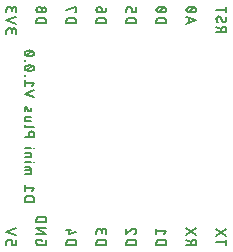
<source format=gbr>
G04 EAGLE Gerber RS-274X export*
G75*
%MOMM*%
%FSLAX34Y34*%
%LPD*%
%INSilkscreen Bottom*%
%IPPOS*%
%AMOC8*
5,1,8,0,0,1.08239X$1,22.5*%
G01*
%ADD10C,0.152400*%
%ADD11C,0.177800*%


D10*
X87202Y-100838D02*
X87202Y-98013D01*
X87204Y-97928D01*
X87210Y-97844D01*
X87219Y-97760D01*
X87232Y-97677D01*
X87249Y-97594D01*
X87270Y-97512D01*
X87294Y-97431D01*
X87322Y-97351D01*
X87354Y-97273D01*
X87389Y-97196D01*
X87427Y-97120D01*
X87469Y-97047D01*
X87514Y-96975D01*
X87562Y-96906D01*
X87613Y-96838D01*
X87667Y-96773D01*
X87724Y-96711D01*
X87784Y-96651D01*
X87846Y-96594D01*
X87911Y-96540D01*
X87979Y-96489D01*
X88048Y-96441D01*
X88120Y-96396D01*
X88193Y-96354D01*
X88269Y-96316D01*
X88346Y-96281D01*
X88424Y-96249D01*
X88504Y-96221D01*
X88585Y-96197D01*
X88667Y-96176D01*
X88750Y-96159D01*
X88833Y-96146D01*
X88917Y-96137D01*
X89001Y-96131D01*
X89086Y-96129D01*
X90027Y-96129D01*
X90112Y-96131D01*
X90196Y-96137D01*
X90280Y-96146D01*
X90363Y-96159D01*
X90446Y-96176D01*
X90528Y-96197D01*
X90609Y-96221D01*
X90689Y-96249D01*
X90767Y-96281D01*
X90844Y-96316D01*
X90920Y-96354D01*
X90993Y-96396D01*
X91065Y-96441D01*
X91134Y-96489D01*
X91202Y-96540D01*
X91267Y-96594D01*
X91329Y-96651D01*
X91389Y-96711D01*
X91446Y-96773D01*
X91500Y-96838D01*
X91551Y-96906D01*
X91599Y-96975D01*
X91644Y-97047D01*
X91686Y-97120D01*
X91724Y-97196D01*
X91759Y-97273D01*
X91791Y-97351D01*
X91819Y-97431D01*
X91843Y-97512D01*
X91864Y-97594D01*
X91881Y-97677D01*
X91894Y-97760D01*
X91903Y-97844D01*
X91909Y-97928D01*
X91911Y-98013D01*
X91911Y-100838D01*
X95678Y-100838D01*
X95678Y-96129D01*
X95678Y-92309D02*
X87202Y-89484D01*
X95678Y-86658D01*
X117311Y-96129D02*
X117311Y-97542D01*
X117311Y-96129D02*
X112602Y-96129D01*
X112602Y-98954D01*
X112604Y-99039D01*
X112610Y-99123D01*
X112619Y-99207D01*
X112632Y-99290D01*
X112649Y-99373D01*
X112670Y-99455D01*
X112694Y-99536D01*
X112722Y-99616D01*
X112754Y-99694D01*
X112789Y-99771D01*
X112827Y-99847D01*
X112869Y-99920D01*
X112914Y-99992D01*
X112962Y-100061D01*
X113013Y-100129D01*
X113067Y-100194D01*
X113124Y-100256D01*
X113184Y-100316D01*
X113246Y-100373D01*
X113311Y-100427D01*
X113379Y-100478D01*
X113448Y-100526D01*
X113520Y-100571D01*
X113593Y-100613D01*
X113669Y-100651D01*
X113746Y-100686D01*
X113824Y-100718D01*
X113904Y-100746D01*
X113985Y-100770D01*
X114067Y-100791D01*
X114150Y-100808D01*
X114233Y-100821D01*
X114317Y-100830D01*
X114402Y-100836D01*
X114486Y-100838D01*
X119194Y-100838D01*
X119279Y-100836D01*
X119363Y-100830D01*
X119447Y-100821D01*
X119530Y-100808D01*
X119613Y-100791D01*
X119695Y-100770D01*
X119776Y-100746D01*
X119856Y-100718D01*
X119934Y-100686D01*
X120011Y-100651D01*
X120087Y-100613D01*
X120160Y-100571D01*
X120232Y-100526D01*
X120301Y-100478D01*
X120369Y-100427D01*
X120434Y-100373D01*
X120496Y-100316D01*
X120556Y-100256D01*
X120613Y-100194D01*
X120667Y-100129D01*
X120718Y-100061D01*
X120766Y-99992D01*
X120811Y-99920D01*
X120853Y-99847D01*
X120891Y-99771D01*
X120926Y-99695D01*
X120958Y-99616D01*
X120986Y-99536D01*
X121010Y-99455D01*
X121031Y-99373D01*
X121048Y-99290D01*
X121061Y-99207D01*
X121070Y-99123D01*
X121076Y-99039D01*
X121078Y-98954D01*
X121078Y-96129D01*
X121078Y-91238D02*
X112602Y-91238D01*
X112602Y-86529D02*
X121078Y-91238D01*
X121078Y-86529D02*
X112602Y-86529D01*
X112602Y-81638D02*
X121078Y-81638D01*
X121078Y-79284D01*
X121076Y-79189D01*
X121070Y-79095D01*
X121061Y-79000D01*
X121048Y-78906D01*
X121030Y-78813D01*
X121010Y-78721D01*
X120985Y-78629D01*
X120957Y-78539D01*
X120925Y-78449D01*
X120890Y-78361D01*
X120851Y-78275D01*
X120808Y-78190D01*
X120763Y-78107D01*
X120714Y-78026D01*
X120661Y-77947D01*
X120606Y-77870D01*
X120547Y-77795D01*
X120486Y-77723D01*
X120422Y-77653D01*
X120355Y-77586D01*
X120285Y-77522D01*
X120213Y-77461D01*
X120138Y-77402D01*
X120061Y-77347D01*
X119982Y-77294D01*
X119901Y-77245D01*
X119818Y-77200D01*
X119733Y-77157D01*
X119647Y-77118D01*
X119559Y-77083D01*
X119469Y-77051D01*
X119379Y-77023D01*
X119287Y-76998D01*
X119195Y-76978D01*
X119102Y-76960D01*
X119008Y-76947D01*
X118913Y-76938D01*
X118819Y-76932D01*
X118724Y-76930D01*
X118724Y-76929D02*
X114956Y-76929D01*
X114956Y-76930D02*
X114861Y-76932D01*
X114767Y-76938D01*
X114672Y-76947D01*
X114578Y-76960D01*
X114485Y-76978D01*
X114393Y-76998D01*
X114301Y-77023D01*
X114211Y-77051D01*
X114121Y-77083D01*
X114033Y-77118D01*
X113947Y-77157D01*
X113862Y-77200D01*
X113779Y-77245D01*
X113698Y-77294D01*
X113619Y-77347D01*
X113542Y-77402D01*
X113467Y-77461D01*
X113395Y-77522D01*
X113325Y-77586D01*
X113258Y-77653D01*
X113194Y-77723D01*
X113133Y-77795D01*
X113074Y-77870D01*
X113019Y-77947D01*
X112966Y-78026D01*
X112917Y-78107D01*
X112872Y-78190D01*
X112829Y-78275D01*
X112790Y-78361D01*
X112755Y-78449D01*
X112723Y-78539D01*
X112695Y-78629D01*
X112670Y-78721D01*
X112650Y-78813D01*
X112632Y-78906D01*
X112619Y-79000D01*
X112610Y-79095D01*
X112604Y-79189D01*
X112602Y-79284D01*
X112602Y-81638D01*
X138002Y-100838D02*
X146478Y-100838D01*
X146478Y-98484D01*
X146476Y-98389D01*
X146470Y-98295D01*
X146461Y-98200D01*
X146448Y-98106D01*
X146430Y-98013D01*
X146410Y-97921D01*
X146385Y-97829D01*
X146357Y-97739D01*
X146325Y-97649D01*
X146290Y-97561D01*
X146251Y-97475D01*
X146208Y-97390D01*
X146163Y-97307D01*
X146114Y-97226D01*
X146061Y-97147D01*
X146006Y-97070D01*
X145947Y-96995D01*
X145886Y-96923D01*
X145822Y-96853D01*
X145755Y-96786D01*
X145685Y-96722D01*
X145613Y-96661D01*
X145538Y-96602D01*
X145461Y-96547D01*
X145382Y-96494D01*
X145301Y-96445D01*
X145218Y-96400D01*
X145133Y-96357D01*
X145047Y-96318D01*
X144959Y-96283D01*
X144869Y-96251D01*
X144779Y-96223D01*
X144687Y-96198D01*
X144595Y-96178D01*
X144502Y-96160D01*
X144408Y-96147D01*
X144313Y-96138D01*
X144219Y-96132D01*
X144124Y-96130D01*
X144124Y-96129D02*
X140356Y-96129D01*
X140356Y-96130D02*
X140261Y-96132D01*
X140167Y-96138D01*
X140072Y-96147D01*
X139978Y-96160D01*
X139885Y-96178D01*
X139793Y-96198D01*
X139701Y-96223D01*
X139611Y-96251D01*
X139521Y-96283D01*
X139433Y-96318D01*
X139347Y-96357D01*
X139262Y-96400D01*
X139179Y-96445D01*
X139098Y-96494D01*
X139019Y-96547D01*
X138942Y-96602D01*
X138867Y-96661D01*
X138795Y-96722D01*
X138725Y-96786D01*
X138658Y-96853D01*
X138594Y-96923D01*
X138533Y-96995D01*
X138474Y-97070D01*
X138419Y-97147D01*
X138366Y-97226D01*
X138317Y-97307D01*
X138272Y-97390D01*
X138229Y-97475D01*
X138190Y-97561D01*
X138155Y-97649D01*
X138123Y-97739D01*
X138095Y-97829D01*
X138070Y-97921D01*
X138050Y-98013D01*
X138032Y-98106D01*
X138019Y-98200D01*
X138010Y-98295D01*
X138004Y-98389D01*
X138002Y-98484D01*
X138002Y-100838D01*
X139886Y-91538D02*
X146478Y-89654D01*
X139886Y-91538D02*
X139886Y-86829D01*
X141769Y-88242D02*
X138002Y-88242D01*
X163402Y-100838D02*
X171878Y-100838D01*
X171878Y-98484D01*
X171876Y-98389D01*
X171870Y-98295D01*
X171861Y-98200D01*
X171848Y-98106D01*
X171830Y-98013D01*
X171810Y-97921D01*
X171785Y-97829D01*
X171757Y-97739D01*
X171725Y-97649D01*
X171690Y-97561D01*
X171651Y-97475D01*
X171608Y-97390D01*
X171563Y-97307D01*
X171514Y-97226D01*
X171461Y-97147D01*
X171406Y-97070D01*
X171347Y-96995D01*
X171286Y-96923D01*
X171222Y-96853D01*
X171155Y-96786D01*
X171085Y-96722D01*
X171013Y-96661D01*
X170938Y-96602D01*
X170861Y-96547D01*
X170782Y-96494D01*
X170701Y-96445D01*
X170618Y-96400D01*
X170533Y-96357D01*
X170447Y-96318D01*
X170359Y-96283D01*
X170269Y-96251D01*
X170179Y-96223D01*
X170087Y-96198D01*
X169995Y-96178D01*
X169902Y-96160D01*
X169808Y-96147D01*
X169713Y-96138D01*
X169619Y-96132D01*
X169524Y-96130D01*
X169524Y-96129D02*
X165756Y-96129D01*
X165756Y-96130D02*
X165661Y-96132D01*
X165567Y-96138D01*
X165472Y-96147D01*
X165378Y-96160D01*
X165285Y-96178D01*
X165193Y-96198D01*
X165101Y-96223D01*
X165011Y-96251D01*
X164921Y-96283D01*
X164833Y-96318D01*
X164747Y-96357D01*
X164662Y-96400D01*
X164579Y-96445D01*
X164498Y-96494D01*
X164419Y-96547D01*
X164342Y-96602D01*
X164267Y-96661D01*
X164195Y-96722D01*
X164125Y-96786D01*
X164058Y-96853D01*
X163994Y-96923D01*
X163933Y-96995D01*
X163874Y-97070D01*
X163819Y-97147D01*
X163766Y-97226D01*
X163717Y-97307D01*
X163672Y-97390D01*
X163629Y-97475D01*
X163590Y-97561D01*
X163555Y-97649D01*
X163523Y-97739D01*
X163495Y-97829D01*
X163470Y-97921D01*
X163450Y-98013D01*
X163432Y-98106D01*
X163419Y-98200D01*
X163410Y-98295D01*
X163404Y-98389D01*
X163402Y-98484D01*
X163402Y-100838D01*
X163402Y-91538D02*
X163402Y-89184D01*
X163404Y-89088D01*
X163410Y-88992D01*
X163420Y-88897D01*
X163433Y-88802D01*
X163451Y-88707D01*
X163472Y-88613D01*
X163497Y-88521D01*
X163526Y-88429D01*
X163559Y-88339D01*
X163595Y-88250D01*
X163635Y-88163D01*
X163679Y-88077D01*
X163725Y-87993D01*
X163776Y-87911D01*
X163829Y-87832D01*
X163886Y-87754D01*
X163946Y-87679D01*
X164009Y-87606D01*
X164075Y-87537D01*
X164143Y-87469D01*
X164214Y-87405D01*
X164288Y-87344D01*
X164365Y-87285D01*
X164443Y-87230D01*
X164524Y-87178D01*
X164607Y-87130D01*
X164692Y-87084D01*
X164778Y-87043D01*
X164866Y-87005D01*
X164956Y-86970D01*
X165047Y-86939D01*
X165139Y-86912D01*
X165232Y-86889D01*
X165326Y-86870D01*
X165421Y-86854D01*
X165516Y-86842D01*
X165612Y-86834D01*
X165708Y-86830D01*
X165804Y-86830D01*
X165900Y-86834D01*
X165996Y-86842D01*
X166091Y-86854D01*
X166186Y-86870D01*
X166280Y-86889D01*
X166373Y-86912D01*
X166465Y-86939D01*
X166556Y-86970D01*
X166646Y-87005D01*
X166734Y-87043D01*
X166820Y-87084D01*
X166905Y-87130D01*
X166988Y-87178D01*
X167069Y-87230D01*
X167147Y-87285D01*
X167224Y-87344D01*
X167298Y-87405D01*
X167369Y-87469D01*
X167437Y-87537D01*
X167503Y-87606D01*
X167566Y-87679D01*
X167626Y-87754D01*
X167683Y-87832D01*
X167736Y-87911D01*
X167787Y-87993D01*
X167833Y-88077D01*
X167877Y-88163D01*
X167917Y-88250D01*
X167953Y-88339D01*
X167986Y-88429D01*
X168015Y-88521D01*
X168040Y-88613D01*
X168061Y-88707D01*
X168079Y-88802D01*
X168092Y-88897D01*
X168102Y-88992D01*
X168108Y-89088D01*
X168110Y-89184D01*
X171878Y-88713D02*
X171878Y-91538D01*
X171878Y-88713D02*
X171876Y-88627D01*
X171870Y-88542D01*
X171860Y-88456D01*
X171847Y-88372D01*
X171829Y-88288D01*
X171808Y-88205D01*
X171783Y-88123D01*
X171754Y-88042D01*
X171722Y-87962D01*
X171686Y-87885D01*
X171647Y-87808D01*
X171604Y-87734D01*
X171558Y-87662D01*
X171508Y-87592D01*
X171455Y-87524D01*
X171400Y-87459D01*
X171341Y-87396D01*
X171280Y-87336D01*
X171216Y-87279D01*
X171149Y-87225D01*
X171080Y-87174D01*
X171009Y-87126D01*
X170936Y-87081D01*
X170861Y-87040D01*
X170784Y-87003D01*
X170705Y-86968D01*
X170625Y-86938D01*
X170543Y-86911D01*
X170461Y-86888D01*
X170377Y-86868D01*
X170293Y-86853D01*
X170208Y-86841D01*
X170123Y-86833D01*
X170037Y-86829D01*
X169951Y-86829D01*
X169865Y-86833D01*
X169780Y-86841D01*
X169695Y-86853D01*
X169611Y-86868D01*
X169527Y-86888D01*
X169445Y-86911D01*
X169363Y-86938D01*
X169283Y-86968D01*
X169204Y-87003D01*
X169127Y-87040D01*
X169052Y-87081D01*
X168979Y-87126D01*
X168908Y-87174D01*
X168839Y-87225D01*
X168772Y-87279D01*
X168708Y-87336D01*
X168647Y-87396D01*
X168588Y-87459D01*
X168533Y-87524D01*
X168480Y-87592D01*
X168430Y-87662D01*
X168384Y-87734D01*
X168341Y-87808D01*
X168302Y-87885D01*
X168266Y-87962D01*
X168234Y-88042D01*
X168205Y-88123D01*
X168180Y-88205D01*
X168159Y-88288D01*
X168141Y-88372D01*
X168128Y-88456D01*
X168118Y-88542D01*
X168112Y-88627D01*
X168110Y-88713D01*
X168111Y-88713D02*
X168111Y-90596D01*
X188802Y-100838D02*
X197278Y-100838D01*
X197278Y-98484D01*
X197276Y-98389D01*
X197270Y-98295D01*
X197261Y-98200D01*
X197248Y-98106D01*
X197230Y-98013D01*
X197210Y-97921D01*
X197185Y-97829D01*
X197157Y-97739D01*
X197125Y-97649D01*
X197090Y-97561D01*
X197051Y-97475D01*
X197008Y-97390D01*
X196963Y-97307D01*
X196914Y-97226D01*
X196861Y-97147D01*
X196806Y-97070D01*
X196747Y-96995D01*
X196686Y-96923D01*
X196622Y-96853D01*
X196555Y-96786D01*
X196485Y-96722D01*
X196413Y-96661D01*
X196338Y-96602D01*
X196261Y-96547D01*
X196182Y-96494D01*
X196101Y-96445D01*
X196018Y-96400D01*
X195933Y-96357D01*
X195847Y-96318D01*
X195759Y-96283D01*
X195669Y-96251D01*
X195579Y-96223D01*
X195487Y-96198D01*
X195395Y-96178D01*
X195302Y-96160D01*
X195208Y-96147D01*
X195113Y-96138D01*
X195019Y-96132D01*
X194924Y-96130D01*
X194924Y-96129D02*
X191156Y-96129D01*
X191156Y-96130D02*
X191061Y-96132D01*
X190967Y-96138D01*
X190872Y-96147D01*
X190778Y-96160D01*
X190685Y-96178D01*
X190593Y-96198D01*
X190501Y-96223D01*
X190411Y-96251D01*
X190321Y-96283D01*
X190233Y-96318D01*
X190147Y-96357D01*
X190062Y-96400D01*
X189979Y-96445D01*
X189898Y-96494D01*
X189819Y-96547D01*
X189742Y-96602D01*
X189667Y-96661D01*
X189595Y-96722D01*
X189525Y-96786D01*
X189458Y-96853D01*
X189394Y-96923D01*
X189333Y-96995D01*
X189274Y-97070D01*
X189219Y-97147D01*
X189166Y-97226D01*
X189117Y-97307D01*
X189072Y-97390D01*
X189029Y-97475D01*
X188990Y-97561D01*
X188955Y-97649D01*
X188923Y-97739D01*
X188895Y-97829D01*
X188870Y-97921D01*
X188850Y-98013D01*
X188832Y-98106D01*
X188819Y-98200D01*
X188810Y-98295D01*
X188804Y-98389D01*
X188802Y-98484D01*
X188802Y-100838D01*
X197278Y-88948D02*
X197276Y-88858D01*
X197270Y-88768D01*
X197261Y-88679D01*
X197248Y-88590D01*
X197230Y-88502D01*
X197210Y-88414D01*
X197185Y-88328D01*
X197157Y-88242D01*
X197125Y-88158D01*
X197090Y-88075D01*
X197051Y-87994D01*
X197009Y-87915D01*
X196963Y-87837D01*
X196915Y-87761D01*
X196863Y-87688D01*
X196808Y-87617D01*
X196750Y-87548D01*
X196689Y-87482D01*
X196625Y-87418D01*
X196559Y-87357D01*
X196490Y-87299D01*
X196419Y-87244D01*
X196346Y-87192D01*
X196270Y-87144D01*
X196192Y-87098D01*
X196113Y-87056D01*
X196032Y-87017D01*
X195949Y-86982D01*
X195865Y-86950D01*
X195779Y-86922D01*
X195693Y-86897D01*
X195605Y-86877D01*
X195517Y-86859D01*
X195428Y-86846D01*
X195339Y-86837D01*
X195249Y-86831D01*
X195159Y-86829D01*
X197278Y-88948D02*
X197276Y-89052D01*
X197270Y-89155D01*
X197260Y-89259D01*
X197246Y-89361D01*
X197229Y-89464D01*
X197207Y-89565D01*
X197182Y-89666D01*
X197152Y-89765D01*
X197119Y-89863D01*
X197083Y-89960D01*
X197042Y-90056D01*
X196998Y-90150D01*
X196951Y-90242D01*
X196900Y-90332D01*
X196845Y-90421D01*
X196787Y-90507D01*
X196726Y-90591D01*
X196662Y-90672D01*
X196595Y-90751D01*
X196525Y-90828D01*
X196452Y-90901D01*
X196376Y-90972D01*
X196298Y-91040D01*
X196217Y-91105D01*
X196133Y-91166D01*
X196048Y-91225D01*
X195960Y-91280D01*
X195870Y-91332D01*
X195778Y-91380D01*
X195685Y-91425D01*
X195589Y-91466D01*
X195493Y-91504D01*
X195395Y-91538D01*
X193511Y-87535D02*
X193576Y-87470D01*
X193643Y-87407D01*
X193713Y-87347D01*
X193786Y-87290D01*
X193860Y-87236D01*
X193937Y-87185D01*
X194016Y-87137D01*
X194096Y-87092D01*
X194178Y-87051D01*
X194262Y-87013D01*
X194348Y-86978D01*
X194435Y-86947D01*
X194523Y-86920D01*
X194611Y-86896D01*
X194701Y-86875D01*
X194792Y-86859D01*
X194883Y-86846D01*
X194975Y-86836D01*
X195067Y-86831D01*
X195159Y-86829D01*
X193511Y-87535D02*
X188802Y-91538D01*
X188802Y-86829D01*
X214202Y-100838D02*
X222678Y-100838D01*
X222678Y-98484D01*
X222676Y-98389D01*
X222670Y-98295D01*
X222661Y-98200D01*
X222648Y-98106D01*
X222630Y-98013D01*
X222610Y-97921D01*
X222585Y-97829D01*
X222557Y-97739D01*
X222525Y-97649D01*
X222490Y-97561D01*
X222451Y-97475D01*
X222408Y-97390D01*
X222363Y-97307D01*
X222314Y-97226D01*
X222261Y-97147D01*
X222206Y-97070D01*
X222147Y-96995D01*
X222086Y-96923D01*
X222022Y-96853D01*
X221955Y-96786D01*
X221885Y-96722D01*
X221813Y-96661D01*
X221738Y-96602D01*
X221661Y-96547D01*
X221582Y-96494D01*
X221501Y-96445D01*
X221418Y-96400D01*
X221333Y-96357D01*
X221247Y-96318D01*
X221159Y-96283D01*
X221069Y-96251D01*
X220979Y-96223D01*
X220887Y-96198D01*
X220795Y-96178D01*
X220702Y-96160D01*
X220608Y-96147D01*
X220513Y-96138D01*
X220419Y-96132D01*
X220324Y-96130D01*
X220324Y-96129D02*
X216556Y-96129D01*
X216556Y-96130D02*
X216461Y-96132D01*
X216367Y-96138D01*
X216272Y-96147D01*
X216178Y-96160D01*
X216085Y-96178D01*
X215993Y-96198D01*
X215901Y-96223D01*
X215811Y-96251D01*
X215721Y-96283D01*
X215633Y-96318D01*
X215547Y-96357D01*
X215462Y-96400D01*
X215379Y-96445D01*
X215298Y-96494D01*
X215219Y-96547D01*
X215142Y-96602D01*
X215067Y-96661D01*
X214995Y-96722D01*
X214925Y-96786D01*
X214858Y-96853D01*
X214794Y-96923D01*
X214733Y-96995D01*
X214674Y-97070D01*
X214619Y-97147D01*
X214566Y-97226D01*
X214517Y-97307D01*
X214472Y-97390D01*
X214429Y-97475D01*
X214390Y-97561D01*
X214355Y-97649D01*
X214323Y-97739D01*
X214295Y-97829D01*
X214270Y-97921D01*
X214250Y-98013D01*
X214232Y-98106D01*
X214219Y-98200D01*
X214210Y-98295D01*
X214204Y-98389D01*
X214202Y-98484D01*
X214202Y-100838D01*
X220794Y-91538D02*
X222678Y-89184D01*
X214202Y-89184D01*
X214202Y-91538D02*
X214202Y-86829D01*
X239602Y-100838D02*
X248078Y-100838D01*
X248078Y-98484D01*
X248076Y-98388D01*
X248070Y-98292D01*
X248060Y-98197D01*
X248047Y-98102D01*
X248029Y-98007D01*
X248008Y-97913D01*
X247983Y-97821D01*
X247954Y-97729D01*
X247921Y-97639D01*
X247885Y-97550D01*
X247845Y-97463D01*
X247801Y-97377D01*
X247755Y-97293D01*
X247704Y-97211D01*
X247651Y-97132D01*
X247594Y-97054D01*
X247534Y-96979D01*
X247471Y-96906D01*
X247405Y-96837D01*
X247337Y-96769D01*
X247266Y-96705D01*
X247192Y-96644D01*
X247115Y-96585D01*
X247037Y-96530D01*
X246956Y-96478D01*
X246873Y-96430D01*
X246788Y-96384D01*
X246702Y-96343D01*
X246614Y-96305D01*
X246524Y-96270D01*
X246433Y-96239D01*
X246341Y-96212D01*
X246248Y-96189D01*
X246154Y-96170D01*
X246059Y-96154D01*
X245964Y-96142D01*
X245868Y-96134D01*
X245772Y-96130D01*
X245676Y-96130D01*
X245580Y-96134D01*
X245484Y-96142D01*
X245389Y-96154D01*
X245294Y-96170D01*
X245200Y-96189D01*
X245107Y-96212D01*
X245015Y-96239D01*
X244924Y-96270D01*
X244834Y-96305D01*
X244746Y-96343D01*
X244660Y-96384D01*
X244575Y-96430D01*
X244492Y-96478D01*
X244411Y-96530D01*
X244333Y-96585D01*
X244256Y-96644D01*
X244182Y-96705D01*
X244111Y-96769D01*
X244043Y-96837D01*
X243977Y-96906D01*
X243914Y-96979D01*
X243854Y-97054D01*
X243797Y-97132D01*
X243744Y-97211D01*
X243693Y-97293D01*
X243647Y-97377D01*
X243603Y-97463D01*
X243563Y-97550D01*
X243527Y-97639D01*
X243494Y-97729D01*
X243465Y-97821D01*
X243440Y-97913D01*
X243419Y-98007D01*
X243401Y-98102D01*
X243388Y-98197D01*
X243378Y-98292D01*
X243372Y-98388D01*
X243370Y-98484D01*
X243369Y-98484D02*
X243369Y-100838D01*
X243369Y-98013D02*
X239602Y-96129D01*
X239602Y-92393D02*
X248078Y-86742D01*
X248078Y-92393D02*
X239602Y-86742D01*
X265002Y-98484D02*
X273478Y-98484D01*
X273478Y-100838D02*
X273478Y-96129D01*
X273478Y-87258D02*
X265002Y-92909D01*
X265002Y-87258D02*
X273478Y-92909D01*
X273478Y79413D02*
X265002Y79413D01*
X273478Y79413D02*
X273478Y81768D01*
X273476Y81864D01*
X273470Y81960D01*
X273460Y82055D01*
X273447Y82150D01*
X273429Y82245D01*
X273408Y82339D01*
X273383Y82431D01*
X273354Y82523D01*
X273321Y82613D01*
X273285Y82702D01*
X273245Y82789D01*
X273201Y82875D01*
X273155Y82959D01*
X273104Y83041D01*
X273051Y83120D01*
X272994Y83198D01*
X272934Y83273D01*
X272871Y83346D01*
X272805Y83415D01*
X272737Y83483D01*
X272666Y83547D01*
X272592Y83608D01*
X272515Y83667D01*
X272437Y83722D01*
X272356Y83774D01*
X272273Y83822D01*
X272188Y83868D01*
X272102Y83909D01*
X272014Y83947D01*
X271924Y83982D01*
X271833Y84013D01*
X271741Y84040D01*
X271648Y84063D01*
X271554Y84082D01*
X271459Y84098D01*
X271364Y84110D01*
X271268Y84118D01*
X271172Y84122D01*
X271076Y84122D01*
X270980Y84118D01*
X270884Y84110D01*
X270789Y84098D01*
X270694Y84082D01*
X270600Y84063D01*
X270507Y84040D01*
X270415Y84013D01*
X270324Y83982D01*
X270234Y83947D01*
X270146Y83909D01*
X270060Y83868D01*
X269975Y83822D01*
X269892Y83774D01*
X269811Y83722D01*
X269733Y83667D01*
X269656Y83608D01*
X269582Y83547D01*
X269511Y83483D01*
X269443Y83415D01*
X269377Y83346D01*
X269314Y83273D01*
X269254Y83198D01*
X269197Y83120D01*
X269144Y83041D01*
X269093Y82959D01*
X269047Y82875D01*
X269003Y82789D01*
X268963Y82702D01*
X268927Y82613D01*
X268894Y82523D01*
X268865Y82431D01*
X268840Y82339D01*
X268819Y82245D01*
X268801Y82150D01*
X268788Y82055D01*
X268778Y81960D01*
X268772Y81864D01*
X268770Y81768D01*
X268769Y81768D02*
X268769Y79413D01*
X268769Y82239D02*
X265002Y84122D01*
X265002Y90854D02*
X265004Y90939D01*
X265010Y91023D01*
X265019Y91107D01*
X265032Y91190D01*
X265049Y91273D01*
X265070Y91355D01*
X265094Y91436D01*
X265122Y91516D01*
X265154Y91594D01*
X265189Y91671D01*
X265227Y91747D01*
X265269Y91820D01*
X265314Y91892D01*
X265362Y91961D01*
X265413Y92029D01*
X265467Y92094D01*
X265524Y92156D01*
X265584Y92216D01*
X265646Y92273D01*
X265711Y92327D01*
X265779Y92378D01*
X265848Y92426D01*
X265920Y92471D01*
X265993Y92513D01*
X266069Y92551D01*
X266146Y92586D01*
X266224Y92618D01*
X266304Y92646D01*
X266385Y92670D01*
X266467Y92691D01*
X266550Y92708D01*
X266633Y92721D01*
X266717Y92730D01*
X266801Y92736D01*
X266886Y92738D01*
X265002Y90854D02*
X265004Y90733D01*
X265009Y90612D01*
X265019Y90492D01*
X265031Y90372D01*
X265048Y90252D01*
X265068Y90133D01*
X265092Y90014D01*
X265119Y89897D01*
X265150Y89780D01*
X265184Y89664D01*
X265222Y89549D01*
X265263Y89436D01*
X265308Y89324D01*
X265356Y89213D01*
X265408Y89103D01*
X265463Y88996D01*
X265521Y88890D01*
X265582Y88786D01*
X265646Y88683D01*
X265714Y88583D01*
X265784Y88485D01*
X265858Y88389D01*
X265934Y88295D01*
X266013Y88204D01*
X266095Y88115D01*
X266179Y88029D01*
X271594Y88264D02*
X271679Y88266D01*
X271763Y88272D01*
X271847Y88281D01*
X271930Y88294D01*
X272013Y88311D01*
X272095Y88332D01*
X272176Y88356D01*
X272256Y88384D01*
X272334Y88416D01*
X272411Y88451D01*
X272487Y88489D01*
X272560Y88531D01*
X272632Y88576D01*
X272701Y88624D01*
X272769Y88675D01*
X272834Y88729D01*
X272896Y88786D01*
X272956Y88846D01*
X273013Y88908D01*
X273067Y88973D01*
X273118Y89041D01*
X273166Y89110D01*
X273211Y89182D01*
X273253Y89255D01*
X273291Y89331D01*
X273326Y89408D01*
X273358Y89486D01*
X273386Y89566D01*
X273410Y89647D01*
X273431Y89729D01*
X273448Y89812D01*
X273461Y89895D01*
X273470Y89979D01*
X273476Y90063D01*
X273478Y90148D01*
X273476Y90262D01*
X273471Y90375D01*
X273462Y90488D01*
X273449Y90601D01*
X273432Y90714D01*
X273412Y90826D01*
X273389Y90937D01*
X273362Y91047D01*
X273331Y91157D01*
X273297Y91265D01*
X273259Y91372D01*
X273218Y91478D01*
X273174Y91583D01*
X273126Y91686D01*
X273075Y91787D01*
X273020Y91887D01*
X272963Y91985D01*
X272902Y92081D01*
X272838Y92175D01*
X272772Y92267D01*
X269946Y89207D02*
X269991Y89133D01*
X270040Y89062D01*
X270092Y88993D01*
X270147Y88927D01*
X270205Y88863D01*
X270266Y88801D01*
X270329Y88743D01*
X270395Y88687D01*
X270464Y88635D01*
X270535Y88585D01*
X270608Y88539D01*
X270683Y88496D01*
X270759Y88457D01*
X270838Y88421D01*
X270918Y88388D01*
X270999Y88360D01*
X271082Y88335D01*
X271166Y88314D01*
X271250Y88296D01*
X271336Y88283D01*
X271422Y88273D01*
X271508Y88267D01*
X271594Y88265D01*
X268534Y91796D02*
X268489Y91870D01*
X268440Y91941D01*
X268388Y92010D01*
X268333Y92076D01*
X268275Y92140D01*
X268214Y92202D01*
X268151Y92260D01*
X268085Y92316D01*
X268016Y92369D01*
X267945Y92418D01*
X267872Y92464D01*
X267797Y92507D01*
X267721Y92546D01*
X267642Y92582D01*
X267562Y92615D01*
X267480Y92643D01*
X267398Y92668D01*
X267314Y92689D01*
X267230Y92707D01*
X267144Y92720D01*
X267058Y92730D01*
X266972Y92736D01*
X266886Y92738D01*
X268534Y91796D02*
X269946Y89206D01*
X273478Y98484D02*
X265002Y98484D01*
X273478Y100838D02*
X273478Y96129D01*
X248078Y89484D02*
X239602Y86658D01*
X239602Y92309D02*
X248078Y89484D01*
X241721Y91603D02*
X241721Y87365D01*
X243840Y96129D02*
X244007Y96131D01*
X244173Y96137D01*
X244340Y96147D01*
X244506Y96161D01*
X244672Y96179D01*
X244837Y96201D01*
X245002Y96226D01*
X245166Y96256D01*
X245329Y96290D01*
X245492Y96327D01*
X245653Y96368D01*
X245814Y96414D01*
X245973Y96463D01*
X246131Y96516D01*
X246288Y96572D01*
X246444Y96632D01*
X246598Y96696D01*
X246750Y96764D01*
X246901Y96835D01*
X246901Y96836D02*
X246976Y96864D01*
X247050Y96895D01*
X247122Y96929D01*
X247193Y96967D01*
X247261Y97008D01*
X247328Y97052D01*
X247393Y97099D01*
X247455Y97149D01*
X247515Y97202D01*
X247573Y97258D01*
X247628Y97316D01*
X247680Y97376D01*
X247730Y97439D01*
X247776Y97504D01*
X247820Y97571D01*
X247860Y97641D01*
X247897Y97711D01*
X247931Y97784D01*
X247962Y97858D01*
X247989Y97933D01*
X248012Y98010D01*
X248032Y98087D01*
X248049Y98166D01*
X248061Y98245D01*
X248071Y98324D01*
X248076Y98404D01*
X248078Y98484D01*
X248076Y98564D01*
X248071Y98644D01*
X248061Y98723D01*
X248049Y98802D01*
X248032Y98881D01*
X248012Y98958D01*
X247989Y99035D01*
X247962Y99110D01*
X247931Y99184D01*
X247897Y99257D01*
X247860Y99327D01*
X247820Y99397D01*
X247776Y99464D01*
X247730Y99529D01*
X247680Y99592D01*
X247628Y99652D01*
X247573Y99710D01*
X247515Y99766D01*
X247455Y99819D01*
X247393Y99869D01*
X247328Y99916D01*
X247261Y99960D01*
X247193Y100001D01*
X247122Y100039D01*
X247050Y100073D01*
X246976Y100104D01*
X246901Y100132D01*
X246750Y100203D01*
X246598Y100271D01*
X246444Y100335D01*
X246288Y100395D01*
X246131Y100451D01*
X245973Y100504D01*
X245814Y100553D01*
X245653Y100599D01*
X245492Y100640D01*
X245329Y100677D01*
X245166Y100711D01*
X245002Y100741D01*
X244837Y100766D01*
X244672Y100788D01*
X244506Y100806D01*
X244340Y100820D01*
X244173Y100830D01*
X244007Y100836D01*
X243840Y100838D01*
X243840Y96129D02*
X243673Y96131D01*
X243507Y96137D01*
X243340Y96147D01*
X243174Y96161D01*
X243008Y96179D01*
X242843Y96201D01*
X242678Y96226D01*
X242514Y96256D01*
X242351Y96290D01*
X242188Y96327D01*
X242027Y96368D01*
X241866Y96414D01*
X241707Y96463D01*
X241549Y96515D01*
X241392Y96572D01*
X241236Y96632D01*
X241082Y96696D01*
X240930Y96764D01*
X240779Y96835D01*
X240779Y96836D02*
X240704Y96864D01*
X240630Y96895D01*
X240558Y96929D01*
X240487Y96967D01*
X240419Y97008D01*
X240352Y97052D01*
X240287Y97099D01*
X240225Y97149D01*
X240165Y97202D01*
X240107Y97258D01*
X240052Y97316D01*
X240000Y97376D01*
X239950Y97439D01*
X239904Y97504D01*
X239860Y97571D01*
X239820Y97641D01*
X239783Y97712D01*
X239749Y97784D01*
X239718Y97858D01*
X239691Y97933D01*
X239668Y98010D01*
X239648Y98087D01*
X239631Y98166D01*
X239619Y98245D01*
X239609Y98324D01*
X239604Y98404D01*
X239602Y98484D01*
X240779Y100132D02*
X240930Y100203D01*
X241082Y100271D01*
X241236Y100335D01*
X241392Y100395D01*
X241549Y100451D01*
X241707Y100504D01*
X241866Y100553D01*
X242027Y100599D01*
X242188Y100640D01*
X242351Y100677D01*
X242514Y100711D01*
X242678Y100741D01*
X242843Y100766D01*
X243008Y100788D01*
X243174Y100806D01*
X243340Y100820D01*
X243507Y100830D01*
X243673Y100836D01*
X243840Y100838D01*
X240779Y100132D02*
X240704Y100104D01*
X240630Y100073D01*
X240558Y100039D01*
X240487Y100001D01*
X240419Y99960D01*
X240352Y99916D01*
X240287Y99869D01*
X240225Y99819D01*
X240165Y99766D01*
X240107Y99710D01*
X240052Y99652D01*
X240000Y99592D01*
X239950Y99529D01*
X239904Y99464D01*
X239860Y99397D01*
X239820Y99327D01*
X239783Y99257D01*
X239749Y99184D01*
X239718Y99110D01*
X239691Y99035D01*
X239668Y98958D01*
X239648Y98881D01*
X239631Y98802D01*
X239619Y98723D01*
X239609Y98644D01*
X239604Y98564D01*
X239602Y98484D01*
X241486Y96600D02*
X246194Y100367D01*
X222678Y86829D02*
X214202Y86829D01*
X222678Y86829D02*
X222678Y89184D01*
X222676Y89279D01*
X222670Y89373D01*
X222661Y89468D01*
X222648Y89562D01*
X222630Y89655D01*
X222610Y89747D01*
X222585Y89839D01*
X222557Y89929D01*
X222525Y90019D01*
X222490Y90107D01*
X222451Y90193D01*
X222408Y90278D01*
X222363Y90361D01*
X222314Y90442D01*
X222261Y90521D01*
X222206Y90598D01*
X222147Y90673D01*
X222086Y90745D01*
X222022Y90815D01*
X221955Y90882D01*
X221885Y90946D01*
X221813Y91007D01*
X221738Y91066D01*
X221661Y91121D01*
X221582Y91174D01*
X221501Y91223D01*
X221418Y91268D01*
X221333Y91311D01*
X221247Y91350D01*
X221159Y91385D01*
X221069Y91417D01*
X220979Y91445D01*
X220887Y91470D01*
X220795Y91490D01*
X220702Y91508D01*
X220608Y91521D01*
X220513Y91530D01*
X220419Y91536D01*
X220324Y91538D01*
X216556Y91538D01*
X216461Y91536D01*
X216367Y91530D01*
X216272Y91521D01*
X216178Y91508D01*
X216085Y91490D01*
X215993Y91470D01*
X215901Y91445D01*
X215811Y91417D01*
X215721Y91385D01*
X215633Y91350D01*
X215547Y91311D01*
X215462Y91268D01*
X215379Y91223D01*
X215298Y91174D01*
X215219Y91121D01*
X215142Y91066D01*
X215067Y91007D01*
X214995Y90946D01*
X214925Y90882D01*
X214858Y90815D01*
X214794Y90745D01*
X214733Y90673D01*
X214674Y90598D01*
X214619Y90521D01*
X214566Y90442D01*
X214517Y90361D01*
X214472Y90278D01*
X214429Y90193D01*
X214390Y90107D01*
X214355Y90019D01*
X214323Y89929D01*
X214295Y89839D01*
X214270Y89747D01*
X214250Y89655D01*
X214232Y89562D01*
X214219Y89468D01*
X214210Y89373D01*
X214204Y89279D01*
X214202Y89184D01*
X214202Y86829D01*
X218440Y96129D02*
X218607Y96131D01*
X218773Y96137D01*
X218940Y96147D01*
X219106Y96161D01*
X219272Y96179D01*
X219437Y96201D01*
X219602Y96226D01*
X219766Y96256D01*
X219929Y96290D01*
X220092Y96327D01*
X220253Y96368D01*
X220414Y96414D01*
X220573Y96463D01*
X220731Y96516D01*
X220888Y96572D01*
X221044Y96632D01*
X221198Y96696D01*
X221350Y96764D01*
X221501Y96835D01*
X221501Y96836D02*
X221576Y96864D01*
X221650Y96895D01*
X221722Y96929D01*
X221793Y96967D01*
X221861Y97008D01*
X221928Y97052D01*
X221993Y97099D01*
X222055Y97149D01*
X222115Y97202D01*
X222173Y97258D01*
X222228Y97316D01*
X222280Y97376D01*
X222330Y97439D01*
X222376Y97504D01*
X222420Y97571D01*
X222460Y97641D01*
X222497Y97711D01*
X222531Y97784D01*
X222562Y97858D01*
X222589Y97933D01*
X222612Y98010D01*
X222632Y98087D01*
X222649Y98166D01*
X222661Y98245D01*
X222671Y98324D01*
X222676Y98404D01*
X222678Y98484D01*
X222676Y98564D01*
X222671Y98644D01*
X222661Y98723D01*
X222649Y98802D01*
X222632Y98881D01*
X222612Y98958D01*
X222589Y99035D01*
X222562Y99110D01*
X222531Y99184D01*
X222497Y99257D01*
X222460Y99327D01*
X222420Y99397D01*
X222376Y99464D01*
X222330Y99529D01*
X222280Y99592D01*
X222228Y99652D01*
X222173Y99710D01*
X222115Y99766D01*
X222055Y99819D01*
X221993Y99869D01*
X221928Y99916D01*
X221861Y99960D01*
X221793Y100001D01*
X221722Y100039D01*
X221650Y100073D01*
X221576Y100104D01*
X221501Y100132D01*
X221350Y100203D01*
X221198Y100271D01*
X221044Y100335D01*
X220888Y100395D01*
X220731Y100451D01*
X220573Y100504D01*
X220414Y100553D01*
X220253Y100599D01*
X220092Y100640D01*
X219929Y100677D01*
X219766Y100711D01*
X219602Y100741D01*
X219437Y100766D01*
X219272Y100788D01*
X219106Y100806D01*
X218940Y100820D01*
X218773Y100830D01*
X218607Y100836D01*
X218440Y100838D01*
X218440Y96129D02*
X218273Y96131D01*
X218107Y96137D01*
X217940Y96147D01*
X217774Y96161D01*
X217608Y96179D01*
X217443Y96201D01*
X217278Y96226D01*
X217114Y96256D01*
X216951Y96290D01*
X216788Y96327D01*
X216627Y96368D01*
X216466Y96414D01*
X216307Y96463D01*
X216149Y96515D01*
X215992Y96572D01*
X215836Y96632D01*
X215682Y96696D01*
X215530Y96764D01*
X215379Y96835D01*
X215379Y96836D02*
X215304Y96864D01*
X215230Y96895D01*
X215158Y96929D01*
X215087Y96967D01*
X215019Y97008D01*
X214952Y97052D01*
X214887Y97099D01*
X214825Y97149D01*
X214765Y97202D01*
X214707Y97258D01*
X214652Y97316D01*
X214600Y97376D01*
X214550Y97439D01*
X214504Y97504D01*
X214460Y97571D01*
X214420Y97641D01*
X214383Y97712D01*
X214349Y97784D01*
X214318Y97858D01*
X214291Y97933D01*
X214268Y98010D01*
X214248Y98087D01*
X214231Y98166D01*
X214219Y98245D01*
X214209Y98324D01*
X214204Y98404D01*
X214202Y98484D01*
X215379Y100132D02*
X215530Y100203D01*
X215682Y100271D01*
X215836Y100335D01*
X215992Y100395D01*
X216149Y100451D01*
X216307Y100504D01*
X216466Y100553D01*
X216627Y100599D01*
X216788Y100640D01*
X216951Y100677D01*
X217114Y100711D01*
X217278Y100741D01*
X217443Y100766D01*
X217608Y100788D01*
X217774Y100806D01*
X217940Y100820D01*
X218107Y100830D01*
X218273Y100836D01*
X218440Y100838D01*
X215379Y100132D02*
X215304Y100104D01*
X215230Y100073D01*
X215158Y100039D01*
X215087Y100001D01*
X215019Y99960D01*
X214952Y99916D01*
X214887Y99869D01*
X214825Y99819D01*
X214765Y99766D01*
X214707Y99710D01*
X214652Y99652D01*
X214600Y99592D01*
X214550Y99529D01*
X214504Y99464D01*
X214460Y99397D01*
X214420Y99327D01*
X214383Y99257D01*
X214349Y99184D01*
X214318Y99110D01*
X214291Y99035D01*
X214268Y98958D01*
X214248Y98881D01*
X214231Y98802D01*
X214219Y98723D01*
X214209Y98644D01*
X214204Y98564D01*
X214202Y98484D01*
X216086Y96600D02*
X220794Y100367D01*
X197278Y86829D02*
X188802Y86829D01*
X197278Y86829D02*
X197278Y89184D01*
X197276Y89279D01*
X197270Y89373D01*
X197261Y89468D01*
X197248Y89562D01*
X197230Y89655D01*
X197210Y89747D01*
X197185Y89839D01*
X197157Y89929D01*
X197125Y90019D01*
X197090Y90107D01*
X197051Y90193D01*
X197008Y90278D01*
X196963Y90361D01*
X196914Y90442D01*
X196861Y90521D01*
X196806Y90598D01*
X196747Y90673D01*
X196686Y90745D01*
X196622Y90815D01*
X196555Y90882D01*
X196485Y90946D01*
X196413Y91007D01*
X196338Y91066D01*
X196261Y91121D01*
X196182Y91174D01*
X196101Y91223D01*
X196018Y91268D01*
X195933Y91311D01*
X195847Y91350D01*
X195759Y91385D01*
X195669Y91417D01*
X195579Y91445D01*
X195487Y91470D01*
X195395Y91490D01*
X195302Y91508D01*
X195208Y91521D01*
X195113Y91530D01*
X195019Y91536D01*
X194924Y91538D01*
X191156Y91538D01*
X191061Y91536D01*
X190967Y91530D01*
X190872Y91521D01*
X190778Y91508D01*
X190685Y91490D01*
X190593Y91470D01*
X190501Y91445D01*
X190411Y91417D01*
X190321Y91385D01*
X190233Y91350D01*
X190147Y91311D01*
X190062Y91268D01*
X189979Y91223D01*
X189898Y91174D01*
X189819Y91121D01*
X189742Y91066D01*
X189667Y91007D01*
X189595Y90946D01*
X189525Y90882D01*
X189458Y90815D01*
X189394Y90745D01*
X189333Y90673D01*
X189274Y90598D01*
X189219Y90521D01*
X189166Y90442D01*
X189117Y90361D01*
X189072Y90278D01*
X189029Y90193D01*
X188990Y90107D01*
X188955Y90019D01*
X188923Y89929D01*
X188895Y89839D01*
X188870Y89747D01*
X188850Y89655D01*
X188832Y89562D01*
X188819Y89468D01*
X188810Y89373D01*
X188804Y89279D01*
X188802Y89184D01*
X188802Y86829D01*
X188802Y96129D02*
X188802Y98954D01*
X188804Y99039D01*
X188810Y99123D01*
X188819Y99207D01*
X188832Y99290D01*
X188849Y99373D01*
X188870Y99455D01*
X188894Y99536D01*
X188922Y99616D01*
X188954Y99694D01*
X188989Y99771D01*
X189027Y99847D01*
X189069Y99920D01*
X189114Y99992D01*
X189162Y100061D01*
X189213Y100129D01*
X189267Y100194D01*
X189324Y100256D01*
X189384Y100316D01*
X189446Y100373D01*
X189511Y100427D01*
X189579Y100478D01*
X189648Y100526D01*
X189720Y100571D01*
X189793Y100613D01*
X189869Y100651D01*
X189946Y100686D01*
X190024Y100718D01*
X190104Y100746D01*
X190185Y100770D01*
X190267Y100791D01*
X190350Y100808D01*
X190433Y100821D01*
X190517Y100830D01*
X190601Y100836D01*
X190686Y100838D01*
X191627Y100838D01*
X191712Y100836D01*
X191796Y100830D01*
X191880Y100821D01*
X191963Y100808D01*
X192046Y100791D01*
X192128Y100770D01*
X192209Y100746D01*
X192289Y100718D01*
X192367Y100686D01*
X192444Y100651D01*
X192520Y100613D01*
X192593Y100571D01*
X192665Y100526D01*
X192734Y100478D01*
X192802Y100427D01*
X192867Y100373D01*
X192929Y100316D01*
X192989Y100256D01*
X193046Y100194D01*
X193100Y100129D01*
X193151Y100061D01*
X193199Y99992D01*
X193244Y99920D01*
X193286Y99847D01*
X193324Y99771D01*
X193359Y99694D01*
X193391Y99616D01*
X193419Y99536D01*
X193443Y99455D01*
X193464Y99373D01*
X193481Y99290D01*
X193494Y99207D01*
X193503Y99123D01*
X193509Y99039D01*
X193511Y98954D01*
X193511Y96129D01*
X197278Y96129D01*
X197278Y100838D01*
X171878Y86829D02*
X163402Y86829D01*
X171878Y86829D02*
X171878Y89184D01*
X171876Y89279D01*
X171870Y89373D01*
X171861Y89468D01*
X171848Y89562D01*
X171830Y89655D01*
X171810Y89747D01*
X171785Y89839D01*
X171757Y89929D01*
X171725Y90019D01*
X171690Y90107D01*
X171651Y90193D01*
X171608Y90278D01*
X171563Y90361D01*
X171514Y90442D01*
X171461Y90521D01*
X171406Y90598D01*
X171347Y90673D01*
X171286Y90745D01*
X171222Y90815D01*
X171155Y90882D01*
X171085Y90946D01*
X171013Y91007D01*
X170938Y91066D01*
X170861Y91121D01*
X170782Y91174D01*
X170701Y91223D01*
X170618Y91268D01*
X170533Y91311D01*
X170447Y91350D01*
X170359Y91385D01*
X170269Y91417D01*
X170179Y91445D01*
X170087Y91470D01*
X169995Y91490D01*
X169902Y91508D01*
X169808Y91521D01*
X169713Y91530D01*
X169619Y91536D01*
X169524Y91538D01*
X165756Y91538D01*
X165661Y91536D01*
X165567Y91530D01*
X165472Y91521D01*
X165378Y91508D01*
X165285Y91490D01*
X165193Y91470D01*
X165101Y91445D01*
X165011Y91417D01*
X164921Y91385D01*
X164833Y91350D01*
X164747Y91311D01*
X164662Y91268D01*
X164579Y91223D01*
X164498Y91174D01*
X164419Y91121D01*
X164342Y91066D01*
X164267Y91007D01*
X164195Y90946D01*
X164125Y90882D01*
X164058Y90815D01*
X163994Y90745D01*
X163933Y90673D01*
X163874Y90598D01*
X163819Y90521D01*
X163766Y90442D01*
X163717Y90361D01*
X163672Y90278D01*
X163629Y90193D01*
X163590Y90107D01*
X163555Y90019D01*
X163523Y89929D01*
X163495Y89839D01*
X163470Y89747D01*
X163450Y89655D01*
X163432Y89562D01*
X163419Y89468D01*
X163410Y89373D01*
X163404Y89279D01*
X163402Y89184D01*
X163402Y86829D01*
X168111Y96129D02*
X168111Y98954D01*
X168109Y99039D01*
X168103Y99123D01*
X168094Y99207D01*
X168081Y99290D01*
X168064Y99373D01*
X168043Y99455D01*
X168019Y99536D01*
X167991Y99616D01*
X167959Y99694D01*
X167924Y99771D01*
X167886Y99847D01*
X167844Y99920D01*
X167799Y99992D01*
X167751Y100061D01*
X167700Y100129D01*
X167646Y100194D01*
X167589Y100256D01*
X167529Y100316D01*
X167467Y100373D01*
X167402Y100427D01*
X167334Y100478D01*
X167265Y100526D01*
X167193Y100571D01*
X167120Y100613D01*
X167044Y100651D01*
X166967Y100686D01*
X166889Y100718D01*
X166809Y100746D01*
X166728Y100770D01*
X166646Y100791D01*
X166563Y100808D01*
X166480Y100821D01*
X166396Y100830D01*
X166312Y100836D01*
X166227Y100838D01*
X165756Y100838D01*
X165660Y100836D01*
X165564Y100830D01*
X165469Y100820D01*
X165374Y100807D01*
X165279Y100789D01*
X165185Y100768D01*
X165093Y100743D01*
X165001Y100714D01*
X164911Y100681D01*
X164822Y100645D01*
X164735Y100605D01*
X164649Y100561D01*
X164565Y100515D01*
X164483Y100464D01*
X164404Y100411D01*
X164326Y100354D01*
X164251Y100294D01*
X164178Y100231D01*
X164109Y100165D01*
X164041Y100097D01*
X163977Y100026D01*
X163916Y99952D01*
X163857Y99875D01*
X163802Y99797D01*
X163750Y99716D01*
X163702Y99633D01*
X163656Y99548D01*
X163615Y99462D01*
X163577Y99374D01*
X163542Y99284D01*
X163511Y99193D01*
X163484Y99101D01*
X163461Y99008D01*
X163442Y98914D01*
X163426Y98819D01*
X163414Y98724D01*
X163406Y98628D01*
X163402Y98532D01*
X163402Y98436D01*
X163406Y98340D01*
X163414Y98244D01*
X163426Y98149D01*
X163442Y98054D01*
X163461Y97960D01*
X163484Y97867D01*
X163511Y97775D01*
X163542Y97684D01*
X163577Y97594D01*
X163615Y97506D01*
X163656Y97420D01*
X163702Y97335D01*
X163750Y97252D01*
X163802Y97171D01*
X163857Y97093D01*
X163916Y97016D01*
X163977Y96942D01*
X164041Y96871D01*
X164109Y96803D01*
X164178Y96737D01*
X164251Y96674D01*
X164326Y96614D01*
X164404Y96557D01*
X164483Y96504D01*
X164565Y96453D01*
X164649Y96407D01*
X164735Y96363D01*
X164822Y96323D01*
X164911Y96287D01*
X165001Y96254D01*
X165093Y96225D01*
X165185Y96200D01*
X165279Y96179D01*
X165374Y96161D01*
X165469Y96148D01*
X165564Y96138D01*
X165660Y96132D01*
X165756Y96130D01*
X165756Y96129D02*
X168111Y96129D01*
X168232Y96131D01*
X168352Y96137D01*
X168473Y96146D01*
X168593Y96160D01*
X168712Y96177D01*
X168831Y96198D01*
X168949Y96223D01*
X169067Y96252D01*
X169183Y96285D01*
X169298Y96321D01*
X169412Y96361D01*
X169525Y96404D01*
X169636Y96451D01*
X169745Y96502D01*
X169853Y96556D01*
X169960Y96614D01*
X170064Y96675D01*
X170166Y96739D01*
X170266Y96806D01*
X170364Y96877D01*
X170460Y96951D01*
X170553Y97028D01*
X170644Y97107D01*
X170732Y97190D01*
X170817Y97275D01*
X170900Y97363D01*
X170979Y97454D01*
X171056Y97547D01*
X171130Y97643D01*
X171201Y97741D01*
X171268Y97841D01*
X171332Y97943D01*
X171393Y98047D01*
X171451Y98154D01*
X171505Y98262D01*
X171556Y98371D01*
X171603Y98482D01*
X171646Y98595D01*
X171686Y98709D01*
X171722Y98824D01*
X171755Y98940D01*
X171784Y99058D01*
X171809Y99176D01*
X171830Y99295D01*
X171847Y99414D01*
X171861Y99534D01*
X171870Y99655D01*
X171876Y99775D01*
X171878Y99896D01*
X146478Y86829D02*
X138002Y86829D01*
X146478Y86829D02*
X146478Y89184D01*
X146476Y89279D01*
X146470Y89373D01*
X146461Y89468D01*
X146448Y89562D01*
X146430Y89655D01*
X146410Y89747D01*
X146385Y89839D01*
X146357Y89929D01*
X146325Y90019D01*
X146290Y90107D01*
X146251Y90193D01*
X146208Y90278D01*
X146163Y90361D01*
X146114Y90442D01*
X146061Y90521D01*
X146006Y90598D01*
X145947Y90673D01*
X145886Y90745D01*
X145822Y90815D01*
X145755Y90882D01*
X145685Y90946D01*
X145613Y91007D01*
X145538Y91066D01*
X145461Y91121D01*
X145382Y91174D01*
X145301Y91223D01*
X145218Y91268D01*
X145133Y91311D01*
X145047Y91350D01*
X144959Y91385D01*
X144869Y91417D01*
X144779Y91445D01*
X144687Y91470D01*
X144595Y91490D01*
X144502Y91508D01*
X144408Y91521D01*
X144313Y91530D01*
X144219Y91536D01*
X144124Y91538D01*
X140356Y91538D01*
X140261Y91536D01*
X140167Y91530D01*
X140072Y91521D01*
X139978Y91508D01*
X139885Y91490D01*
X139793Y91470D01*
X139701Y91445D01*
X139611Y91417D01*
X139521Y91385D01*
X139433Y91350D01*
X139347Y91311D01*
X139262Y91268D01*
X139179Y91223D01*
X139098Y91174D01*
X139019Y91121D01*
X138942Y91066D01*
X138867Y91007D01*
X138795Y90946D01*
X138725Y90882D01*
X138658Y90815D01*
X138594Y90745D01*
X138533Y90673D01*
X138474Y90598D01*
X138419Y90521D01*
X138366Y90442D01*
X138317Y90361D01*
X138272Y90278D01*
X138229Y90193D01*
X138190Y90107D01*
X138155Y90019D01*
X138123Y89929D01*
X138095Y89839D01*
X138070Y89747D01*
X138050Y89655D01*
X138032Y89562D01*
X138019Y89468D01*
X138010Y89373D01*
X138004Y89279D01*
X138002Y89184D01*
X138002Y86829D01*
X145536Y96129D02*
X146478Y96129D01*
X146478Y100838D01*
X138002Y98484D01*
X121078Y86829D02*
X112602Y86829D01*
X121078Y86829D02*
X121078Y89184D01*
X121076Y89279D01*
X121070Y89373D01*
X121061Y89468D01*
X121048Y89562D01*
X121030Y89655D01*
X121010Y89747D01*
X120985Y89839D01*
X120957Y89929D01*
X120925Y90019D01*
X120890Y90107D01*
X120851Y90193D01*
X120808Y90278D01*
X120763Y90361D01*
X120714Y90442D01*
X120661Y90521D01*
X120606Y90598D01*
X120547Y90673D01*
X120486Y90745D01*
X120422Y90815D01*
X120355Y90882D01*
X120285Y90946D01*
X120213Y91007D01*
X120138Y91066D01*
X120061Y91121D01*
X119982Y91174D01*
X119901Y91223D01*
X119818Y91268D01*
X119733Y91311D01*
X119647Y91350D01*
X119559Y91385D01*
X119469Y91417D01*
X119379Y91445D01*
X119287Y91470D01*
X119195Y91490D01*
X119102Y91508D01*
X119008Y91521D01*
X118913Y91530D01*
X118819Y91536D01*
X118724Y91538D01*
X114956Y91538D01*
X114861Y91536D01*
X114767Y91530D01*
X114672Y91521D01*
X114578Y91508D01*
X114485Y91490D01*
X114393Y91470D01*
X114301Y91445D01*
X114211Y91417D01*
X114121Y91385D01*
X114033Y91350D01*
X113947Y91311D01*
X113862Y91268D01*
X113779Y91223D01*
X113698Y91174D01*
X113619Y91121D01*
X113542Y91066D01*
X113467Y91007D01*
X113395Y90946D01*
X113325Y90882D01*
X113258Y90815D01*
X113194Y90745D01*
X113133Y90673D01*
X113074Y90598D01*
X113019Y90521D01*
X112966Y90442D01*
X112917Y90361D01*
X112872Y90278D01*
X112829Y90193D01*
X112790Y90107D01*
X112755Y90019D01*
X112723Y89929D01*
X112695Y89839D01*
X112670Y89747D01*
X112650Y89655D01*
X112632Y89562D01*
X112619Y89468D01*
X112610Y89373D01*
X112604Y89279D01*
X112602Y89184D01*
X112602Y86829D01*
X114956Y96130D02*
X115052Y96132D01*
X115148Y96138D01*
X115243Y96148D01*
X115338Y96161D01*
X115433Y96179D01*
X115527Y96200D01*
X115619Y96225D01*
X115711Y96254D01*
X115801Y96287D01*
X115890Y96323D01*
X115977Y96363D01*
X116063Y96407D01*
X116147Y96453D01*
X116229Y96504D01*
X116308Y96557D01*
X116386Y96614D01*
X116461Y96674D01*
X116534Y96737D01*
X116603Y96803D01*
X116671Y96871D01*
X116735Y96942D01*
X116796Y97016D01*
X116855Y97093D01*
X116910Y97171D01*
X116962Y97252D01*
X117010Y97335D01*
X117056Y97420D01*
X117097Y97506D01*
X117135Y97594D01*
X117170Y97684D01*
X117201Y97775D01*
X117228Y97867D01*
X117251Y97960D01*
X117270Y98054D01*
X117286Y98149D01*
X117298Y98244D01*
X117306Y98340D01*
X117310Y98436D01*
X117310Y98532D01*
X117306Y98628D01*
X117298Y98724D01*
X117286Y98819D01*
X117270Y98914D01*
X117251Y99008D01*
X117228Y99101D01*
X117201Y99193D01*
X117170Y99284D01*
X117135Y99374D01*
X117097Y99462D01*
X117056Y99548D01*
X117010Y99633D01*
X116962Y99716D01*
X116910Y99797D01*
X116855Y99875D01*
X116796Y99952D01*
X116735Y100026D01*
X116671Y100097D01*
X116603Y100165D01*
X116534Y100231D01*
X116461Y100294D01*
X116386Y100354D01*
X116308Y100411D01*
X116229Y100464D01*
X116147Y100515D01*
X116063Y100561D01*
X115977Y100605D01*
X115890Y100645D01*
X115801Y100681D01*
X115711Y100714D01*
X115619Y100743D01*
X115527Y100768D01*
X115433Y100789D01*
X115338Y100807D01*
X115243Y100820D01*
X115148Y100830D01*
X115052Y100836D01*
X114956Y100838D01*
X114860Y100836D01*
X114764Y100830D01*
X114669Y100820D01*
X114574Y100807D01*
X114479Y100789D01*
X114385Y100768D01*
X114293Y100743D01*
X114201Y100714D01*
X114111Y100681D01*
X114022Y100645D01*
X113935Y100605D01*
X113849Y100561D01*
X113765Y100515D01*
X113683Y100464D01*
X113604Y100411D01*
X113526Y100354D01*
X113451Y100294D01*
X113378Y100231D01*
X113309Y100165D01*
X113241Y100097D01*
X113177Y100026D01*
X113116Y99952D01*
X113057Y99875D01*
X113002Y99797D01*
X112950Y99716D01*
X112902Y99633D01*
X112856Y99548D01*
X112815Y99462D01*
X112777Y99374D01*
X112742Y99284D01*
X112711Y99193D01*
X112684Y99101D01*
X112661Y99008D01*
X112642Y98914D01*
X112626Y98819D01*
X112614Y98724D01*
X112606Y98628D01*
X112602Y98532D01*
X112602Y98436D01*
X112606Y98340D01*
X112614Y98244D01*
X112626Y98149D01*
X112642Y98054D01*
X112661Y97960D01*
X112684Y97867D01*
X112711Y97775D01*
X112742Y97684D01*
X112777Y97594D01*
X112815Y97506D01*
X112856Y97420D01*
X112902Y97335D01*
X112950Y97252D01*
X113002Y97171D01*
X113057Y97093D01*
X113116Y97016D01*
X113177Y96942D01*
X113241Y96871D01*
X113309Y96803D01*
X113378Y96737D01*
X113451Y96674D01*
X113526Y96614D01*
X113604Y96557D01*
X113683Y96504D01*
X113765Y96453D01*
X113849Y96407D01*
X113935Y96363D01*
X114022Y96323D01*
X114111Y96287D01*
X114201Y96254D01*
X114293Y96225D01*
X114385Y96200D01*
X114479Y96179D01*
X114574Y96161D01*
X114669Y96148D01*
X114764Y96138D01*
X114860Y96132D01*
X114956Y96130D01*
X119194Y96600D02*
X119280Y96602D01*
X119365Y96608D01*
X119451Y96618D01*
X119535Y96631D01*
X119619Y96649D01*
X119702Y96670D01*
X119784Y96695D01*
X119865Y96724D01*
X119945Y96756D01*
X120022Y96792D01*
X120099Y96831D01*
X120173Y96874D01*
X120245Y96920D01*
X120315Y96970D01*
X120383Y97023D01*
X120448Y97078D01*
X120511Y97137D01*
X120571Y97198D01*
X120628Y97262D01*
X120682Y97329D01*
X120733Y97398D01*
X120781Y97469D01*
X120826Y97542D01*
X120867Y97617D01*
X120904Y97694D01*
X120939Y97773D01*
X120969Y97853D01*
X120996Y97935D01*
X121019Y98017D01*
X121039Y98101D01*
X121054Y98185D01*
X121066Y98270D01*
X121074Y98355D01*
X121078Y98441D01*
X121078Y98527D01*
X121074Y98613D01*
X121066Y98698D01*
X121054Y98783D01*
X121039Y98867D01*
X121019Y98951D01*
X120996Y99033D01*
X120969Y99115D01*
X120939Y99195D01*
X120904Y99274D01*
X120867Y99351D01*
X120826Y99426D01*
X120781Y99499D01*
X120733Y99570D01*
X120682Y99639D01*
X120628Y99706D01*
X120571Y99770D01*
X120511Y99831D01*
X120448Y99890D01*
X120383Y99945D01*
X120315Y99998D01*
X120245Y100048D01*
X120173Y100094D01*
X120099Y100137D01*
X120022Y100176D01*
X119945Y100212D01*
X119865Y100244D01*
X119784Y100273D01*
X119702Y100298D01*
X119619Y100319D01*
X119535Y100337D01*
X119451Y100350D01*
X119365Y100360D01*
X119280Y100366D01*
X119194Y100368D01*
X119108Y100366D01*
X119023Y100360D01*
X118937Y100350D01*
X118853Y100337D01*
X118769Y100319D01*
X118686Y100298D01*
X118604Y100273D01*
X118523Y100244D01*
X118443Y100212D01*
X118366Y100176D01*
X118289Y100137D01*
X118215Y100094D01*
X118143Y100048D01*
X118073Y99998D01*
X118005Y99945D01*
X117940Y99890D01*
X117877Y99831D01*
X117817Y99770D01*
X117760Y99706D01*
X117706Y99639D01*
X117655Y99570D01*
X117607Y99499D01*
X117562Y99426D01*
X117521Y99351D01*
X117484Y99274D01*
X117449Y99195D01*
X117419Y99115D01*
X117392Y99033D01*
X117369Y98951D01*
X117349Y98867D01*
X117334Y98783D01*
X117322Y98698D01*
X117314Y98613D01*
X117310Y98527D01*
X117310Y98441D01*
X117314Y98355D01*
X117322Y98270D01*
X117334Y98185D01*
X117349Y98101D01*
X117369Y98017D01*
X117392Y97935D01*
X117419Y97853D01*
X117449Y97773D01*
X117484Y97694D01*
X117521Y97617D01*
X117562Y97542D01*
X117607Y97469D01*
X117655Y97398D01*
X117706Y97329D01*
X117760Y97262D01*
X117817Y97198D01*
X117877Y97137D01*
X117940Y97078D01*
X118005Y97023D01*
X118073Y96970D01*
X118143Y96920D01*
X118215Y96874D01*
X118289Y96831D01*
X118366Y96792D01*
X118443Y96756D01*
X118523Y96724D01*
X118604Y96695D01*
X118686Y96670D01*
X118769Y96649D01*
X118853Y96631D01*
X118937Y96618D01*
X119023Y96608D01*
X119108Y96602D01*
X119194Y96600D01*
X87202Y80484D02*
X87202Y78129D01*
X87202Y80484D02*
X87204Y80580D01*
X87210Y80676D01*
X87220Y80771D01*
X87233Y80866D01*
X87251Y80961D01*
X87272Y81055D01*
X87297Y81147D01*
X87326Y81239D01*
X87359Y81329D01*
X87395Y81418D01*
X87435Y81505D01*
X87479Y81591D01*
X87525Y81675D01*
X87576Y81757D01*
X87629Y81836D01*
X87686Y81914D01*
X87746Y81989D01*
X87809Y82062D01*
X87875Y82131D01*
X87943Y82199D01*
X88014Y82263D01*
X88088Y82324D01*
X88165Y82383D01*
X88243Y82438D01*
X88324Y82490D01*
X88407Y82538D01*
X88492Y82584D01*
X88578Y82625D01*
X88666Y82663D01*
X88756Y82698D01*
X88847Y82729D01*
X88939Y82756D01*
X89032Y82779D01*
X89126Y82798D01*
X89221Y82814D01*
X89316Y82826D01*
X89412Y82834D01*
X89508Y82838D01*
X89604Y82838D01*
X89700Y82834D01*
X89796Y82826D01*
X89891Y82814D01*
X89986Y82798D01*
X90080Y82779D01*
X90173Y82756D01*
X90265Y82729D01*
X90356Y82698D01*
X90446Y82663D01*
X90534Y82625D01*
X90620Y82584D01*
X90705Y82538D01*
X90788Y82490D01*
X90869Y82438D01*
X90947Y82383D01*
X91024Y82324D01*
X91098Y82263D01*
X91169Y82199D01*
X91237Y82131D01*
X91303Y82062D01*
X91366Y81989D01*
X91426Y81914D01*
X91483Y81836D01*
X91536Y81757D01*
X91587Y81675D01*
X91633Y81591D01*
X91677Y81505D01*
X91717Y81418D01*
X91753Y81329D01*
X91786Y81239D01*
X91815Y81147D01*
X91840Y81055D01*
X91861Y80961D01*
X91879Y80866D01*
X91892Y80771D01*
X91902Y80676D01*
X91908Y80580D01*
X91910Y80484D01*
X95678Y80954D02*
X95678Y78129D01*
X95678Y80954D02*
X95676Y81040D01*
X95670Y81125D01*
X95660Y81211D01*
X95647Y81295D01*
X95629Y81379D01*
X95608Y81462D01*
X95583Y81544D01*
X95554Y81625D01*
X95522Y81705D01*
X95486Y81782D01*
X95447Y81859D01*
X95404Y81933D01*
X95358Y82005D01*
X95308Y82075D01*
X95255Y82143D01*
X95200Y82208D01*
X95141Y82271D01*
X95080Y82331D01*
X95016Y82388D01*
X94949Y82442D01*
X94880Y82493D01*
X94809Y82541D01*
X94736Y82586D01*
X94661Y82627D01*
X94584Y82664D01*
X94505Y82699D01*
X94425Y82729D01*
X94343Y82756D01*
X94261Y82779D01*
X94177Y82799D01*
X94093Y82814D01*
X94008Y82826D01*
X93923Y82834D01*
X93837Y82838D01*
X93751Y82838D01*
X93665Y82834D01*
X93580Y82826D01*
X93495Y82814D01*
X93411Y82799D01*
X93327Y82779D01*
X93245Y82756D01*
X93163Y82729D01*
X93083Y82699D01*
X93004Y82664D01*
X92927Y82627D01*
X92852Y82586D01*
X92779Y82541D01*
X92708Y82493D01*
X92639Y82442D01*
X92572Y82388D01*
X92508Y82331D01*
X92447Y82271D01*
X92388Y82208D01*
X92333Y82143D01*
X92280Y82075D01*
X92230Y82005D01*
X92184Y81933D01*
X92141Y81859D01*
X92102Y81782D01*
X92066Y81705D01*
X92034Y81625D01*
X92005Y81544D01*
X91980Y81462D01*
X91959Y81379D01*
X91941Y81295D01*
X91928Y81211D01*
X91918Y81125D01*
X91912Y81040D01*
X91910Y80954D01*
X91911Y80954D02*
X91911Y79071D01*
X95678Y86658D02*
X87202Y89484D01*
X95678Y92309D01*
X87202Y96129D02*
X87202Y98484D01*
X87204Y98580D01*
X87210Y98676D01*
X87220Y98771D01*
X87233Y98866D01*
X87251Y98961D01*
X87272Y99055D01*
X87297Y99147D01*
X87326Y99239D01*
X87359Y99329D01*
X87395Y99418D01*
X87435Y99505D01*
X87479Y99591D01*
X87525Y99675D01*
X87576Y99757D01*
X87629Y99836D01*
X87686Y99914D01*
X87746Y99989D01*
X87809Y100062D01*
X87875Y100131D01*
X87943Y100199D01*
X88014Y100263D01*
X88088Y100324D01*
X88165Y100383D01*
X88243Y100438D01*
X88324Y100490D01*
X88407Y100538D01*
X88492Y100584D01*
X88578Y100625D01*
X88666Y100663D01*
X88756Y100698D01*
X88847Y100729D01*
X88939Y100756D01*
X89032Y100779D01*
X89126Y100798D01*
X89221Y100814D01*
X89316Y100826D01*
X89412Y100834D01*
X89508Y100838D01*
X89604Y100838D01*
X89700Y100834D01*
X89796Y100826D01*
X89891Y100814D01*
X89986Y100798D01*
X90080Y100779D01*
X90173Y100756D01*
X90265Y100729D01*
X90356Y100698D01*
X90446Y100663D01*
X90534Y100625D01*
X90620Y100584D01*
X90705Y100538D01*
X90788Y100490D01*
X90869Y100438D01*
X90947Y100383D01*
X91024Y100324D01*
X91098Y100263D01*
X91169Y100199D01*
X91237Y100131D01*
X91303Y100062D01*
X91366Y99989D01*
X91426Y99914D01*
X91483Y99836D01*
X91536Y99757D01*
X91587Y99675D01*
X91633Y99591D01*
X91677Y99505D01*
X91717Y99418D01*
X91753Y99329D01*
X91786Y99239D01*
X91815Y99147D01*
X91840Y99055D01*
X91861Y98961D01*
X91879Y98866D01*
X91892Y98771D01*
X91902Y98676D01*
X91908Y98580D01*
X91910Y98484D01*
X95678Y98954D02*
X95678Y96129D01*
X95678Y98954D02*
X95676Y99040D01*
X95670Y99125D01*
X95660Y99211D01*
X95647Y99295D01*
X95629Y99379D01*
X95608Y99462D01*
X95583Y99544D01*
X95554Y99625D01*
X95522Y99705D01*
X95486Y99782D01*
X95447Y99859D01*
X95404Y99933D01*
X95358Y100005D01*
X95308Y100075D01*
X95255Y100143D01*
X95200Y100208D01*
X95141Y100271D01*
X95080Y100331D01*
X95016Y100388D01*
X94949Y100442D01*
X94880Y100493D01*
X94809Y100541D01*
X94736Y100586D01*
X94661Y100627D01*
X94584Y100664D01*
X94505Y100699D01*
X94425Y100729D01*
X94343Y100756D01*
X94261Y100779D01*
X94177Y100799D01*
X94093Y100814D01*
X94008Y100826D01*
X93923Y100834D01*
X93837Y100838D01*
X93751Y100838D01*
X93665Y100834D01*
X93580Y100826D01*
X93495Y100814D01*
X93411Y100799D01*
X93327Y100779D01*
X93245Y100756D01*
X93163Y100729D01*
X93083Y100699D01*
X93004Y100664D01*
X92927Y100627D01*
X92852Y100586D01*
X92779Y100541D01*
X92708Y100493D01*
X92639Y100442D01*
X92572Y100388D01*
X92508Y100331D01*
X92447Y100271D01*
X92388Y100208D01*
X92333Y100143D01*
X92280Y100075D01*
X92230Y100005D01*
X92184Y99933D01*
X92141Y99859D01*
X92102Y99782D01*
X92066Y99705D01*
X92034Y99625D01*
X92005Y99544D01*
X91980Y99462D01*
X91959Y99379D01*
X91941Y99295D01*
X91928Y99211D01*
X91918Y99125D01*
X91912Y99040D01*
X91910Y98954D01*
X91911Y98954D02*
X91911Y97071D01*
D11*
X102569Y-63934D02*
X110791Y-63934D01*
X110791Y-61650D01*
X110789Y-61556D01*
X110783Y-61461D01*
X110773Y-61367D01*
X110760Y-61274D01*
X110742Y-61181D01*
X110721Y-61089D01*
X110696Y-60998D01*
X110667Y-60908D01*
X110635Y-60820D01*
X110599Y-60733D01*
X110559Y-60647D01*
X110516Y-60563D01*
X110469Y-60481D01*
X110419Y-60401D01*
X110366Y-60323D01*
X110309Y-60247D01*
X110250Y-60174D01*
X110187Y-60103D01*
X110122Y-60035D01*
X110054Y-59970D01*
X109983Y-59907D01*
X109910Y-59848D01*
X109834Y-59791D01*
X109756Y-59738D01*
X109676Y-59688D01*
X109594Y-59641D01*
X109510Y-59598D01*
X109424Y-59558D01*
X109337Y-59522D01*
X109249Y-59490D01*
X109159Y-59461D01*
X109068Y-59436D01*
X108976Y-59415D01*
X108883Y-59397D01*
X108790Y-59384D01*
X108696Y-59374D01*
X108601Y-59368D01*
X108507Y-59366D01*
X104853Y-59366D01*
X104759Y-59368D01*
X104664Y-59374D01*
X104570Y-59384D01*
X104477Y-59397D01*
X104384Y-59415D01*
X104292Y-59436D01*
X104201Y-59461D01*
X104111Y-59490D01*
X104023Y-59522D01*
X103936Y-59558D01*
X103850Y-59598D01*
X103766Y-59641D01*
X103684Y-59688D01*
X103604Y-59738D01*
X103526Y-59791D01*
X103450Y-59848D01*
X103377Y-59907D01*
X103306Y-59970D01*
X103238Y-60035D01*
X103173Y-60103D01*
X103110Y-60174D01*
X103051Y-60247D01*
X102994Y-60323D01*
X102941Y-60401D01*
X102891Y-60481D01*
X102844Y-60563D01*
X102801Y-60647D01*
X102761Y-60733D01*
X102725Y-60820D01*
X102693Y-60908D01*
X102664Y-60998D01*
X102639Y-61089D01*
X102618Y-61181D01*
X102600Y-61274D01*
X102587Y-61367D01*
X102577Y-61461D01*
X102571Y-61556D01*
X102569Y-61650D01*
X102569Y-63934D01*
X108964Y-54634D02*
X110791Y-52350D01*
X102569Y-52350D01*
X102569Y-54634D02*
X102569Y-50066D01*
X102569Y-40391D02*
X108050Y-40391D01*
X108050Y-36280D01*
X108048Y-36208D01*
X108042Y-36137D01*
X108033Y-36066D01*
X108020Y-35995D01*
X108003Y-35925D01*
X107983Y-35857D01*
X107959Y-35789D01*
X107932Y-35723D01*
X107901Y-35658D01*
X107866Y-35595D01*
X107829Y-35534D01*
X107788Y-35475D01*
X107745Y-35418D01*
X107698Y-35363D01*
X107649Y-35311D01*
X107597Y-35262D01*
X107542Y-35215D01*
X107485Y-35172D01*
X107426Y-35131D01*
X107365Y-35094D01*
X107302Y-35059D01*
X107237Y-35028D01*
X107171Y-35001D01*
X107103Y-34977D01*
X107035Y-34957D01*
X106965Y-34940D01*
X106894Y-34927D01*
X106823Y-34918D01*
X106752Y-34912D01*
X106680Y-34910D01*
X106680Y-34909D02*
X102569Y-34909D01*
X102569Y-37650D02*
X108050Y-37650D01*
X108050Y-30450D02*
X102569Y-30450D01*
X110334Y-30678D02*
X110791Y-30678D01*
X110791Y-30222D01*
X110334Y-30222D01*
X110334Y-30678D01*
X108050Y-26277D02*
X102569Y-26277D01*
X108050Y-26277D02*
X108050Y-23993D01*
X108048Y-23921D01*
X108042Y-23850D01*
X108033Y-23779D01*
X108020Y-23708D01*
X108003Y-23638D01*
X107983Y-23570D01*
X107959Y-23502D01*
X107932Y-23436D01*
X107901Y-23371D01*
X107866Y-23308D01*
X107829Y-23247D01*
X107788Y-23188D01*
X107745Y-23131D01*
X107698Y-23076D01*
X107649Y-23024D01*
X107597Y-22975D01*
X107542Y-22928D01*
X107485Y-22885D01*
X107426Y-22844D01*
X107365Y-22807D01*
X107302Y-22772D01*
X107237Y-22741D01*
X107171Y-22714D01*
X107103Y-22690D01*
X107035Y-22670D01*
X106965Y-22653D01*
X106894Y-22640D01*
X106823Y-22631D01*
X106752Y-22625D01*
X106680Y-22623D01*
X102569Y-22623D01*
X102569Y-18450D02*
X108050Y-18450D01*
X110334Y-18678D02*
X110791Y-18678D01*
X110791Y-18222D01*
X110334Y-18222D01*
X110334Y-18678D01*
X110791Y-9119D02*
X102569Y-9119D01*
X110791Y-9119D02*
X110791Y-6835D01*
X110789Y-6741D01*
X110783Y-6646D01*
X110773Y-6552D01*
X110760Y-6459D01*
X110742Y-6366D01*
X110721Y-6274D01*
X110696Y-6183D01*
X110667Y-6093D01*
X110635Y-6005D01*
X110599Y-5918D01*
X110559Y-5832D01*
X110516Y-5748D01*
X110469Y-5666D01*
X110419Y-5586D01*
X110366Y-5508D01*
X110309Y-5432D01*
X110250Y-5359D01*
X110187Y-5288D01*
X110122Y-5220D01*
X110054Y-5155D01*
X109983Y-5092D01*
X109910Y-5033D01*
X109834Y-4976D01*
X109756Y-4923D01*
X109676Y-4873D01*
X109594Y-4826D01*
X109510Y-4783D01*
X109424Y-4743D01*
X109337Y-4707D01*
X109249Y-4675D01*
X109159Y-4646D01*
X109068Y-4621D01*
X108976Y-4600D01*
X108883Y-4582D01*
X108790Y-4569D01*
X108696Y-4559D01*
X108601Y-4553D01*
X108507Y-4551D01*
X108413Y-4553D01*
X108318Y-4559D01*
X108224Y-4569D01*
X108131Y-4582D01*
X108038Y-4600D01*
X107946Y-4621D01*
X107855Y-4646D01*
X107765Y-4675D01*
X107677Y-4707D01*
X107590Y-4743D01*
X107504Y-4783D01*
X107420Y-4826D01*
X107338Y-4873D01*
X107258Y-4923D01*
X107180Y-4976D01*
X107104Y-5033D01*
X107031Y-5092D01*
X106960Y-5155D01*
X106892Y-5220D01*
X106827Y-5288D01*
X106764Y-5359D01*
X106705Y-5432D01*
X106648Y-5508D01*
X106595Y-5586D01*
X106545Y-5666D01*
X106498Y-5748D01*
X106455Y-5832D01*
X106415Y-5918D01*
X106379Y-6005D01*
X106347Y-6093D01*
X106318Y-6183D01*
X106293Y-6274D01*
X106272Y-6366D01*
X106254Y-6459D01*
X106241Y-6552D01*
X106231Y-6646D01*
X106225Y-6741D01*
X106223Y-6835D01*
X106223Y-9119D01*
X103939Y-771D02*
X110791Y-771D01*
X103939Y-770D02*
X103867Y-768D01*
X103796Y-762D01*
X103725Y-753D01*
X103654Y-740D01*
X103584Y-723D01*
X103516Y-703D01*
X103448Y-679D01*
X103382Y-652D01*
X103317Y-621D01*
X103254Y-586D01*
X103193Y-549D01*
X103134Y-508D01*
X103077Y-465D01*
X103022Y-418D01*
X102970Y-369D01*
X102921Y-317D01*
X102874Y-262D01*
X102831Y-205D01*
X102790Y-146D01*
X102753Y-85D01*
X102718Y-22D01*
X102687Y43D01*
X102660Y109D01*
X102636Y177D01*
X102616Y245D01*
X102599Y315D01*
X102586Y386D01*
X102577Y457D01*
X102571Y528D01*
X102569Y600D01*
X103939Y4323D02*
X108050Y4323D01*
X103939Y4323D02*
X103867Y4325D01*
X103796Y4331D01*
X103725Y4340D01*
X103654Y4353D01*
X103584Y4370D01*
X103516Y4390D01*
X103448Y4414D01*
X103382Y4441D01*
X103317Y4472D01*
X103254Y4507D01*
X103193Y4544D01*
X103134Y4585D01*
X103077Y4628D01*
X103022Y4675D01*
X102970Y4724D01*
X102921Y4776D01*
X102874Y4831D01*
X102831Y4888D01*
X102790Y4947D01*
X102753Y5008D01*
X102718Y5071D01*
X102687Y5136D01*
X102660Y5202D01*
X102636Y5270D01*
X102616Y5338D01*
X102599Y5408D01*
X102586Y5479D01*
X102577Y5550D01*
X102571Y5621D01*
X102569Y5693D01*
X102569Y7977D01*
X108050Y7977D01*
X105766Y13108D02*
X104853Y15392D01*
X105767Y13108D02*
X105793Y13047D01*
X105823Y12987D01*
X105857Y12929D01*
X105894Y12873D01*
X105933Y12819D01*
X105976Y12767D01*
X106022Y12718D01*
X106070Y12671D01*
X106121Y12628D01*
X106174Y12587D01*
X106230Y12549D01*
X106287Y12515D01*
X106347Y12484D01*
X106408Y12456D01*
X106470Y12432D01*
X106534Y12411D01*
X106599Y12394D01*
X106665Y12381D01*
X106731Y12372D01*
X106798Y12366D01*
X106865Y12364D01*
X106932Y12366D01*
X106999Y12371D01*
X107065Y12381D01*
X107131Y12394D01*
X107196Y12411D01*
X107260Y12431D01*
X107322Y12455D01*
X107383Y12483D01*
X107443Y12514D01*
X107500Y12548D01*
X107556Y12586D01*
X107609Y12626D01*
X107660Y12670D01*
X107709Y12716D01*
X107755Y12765D01*
X107797Y12817D01*
X107837Y12871D01*
X107874Y12927D01*
X107908Y12985D01*
X107938Y13045D01*
X107965Y13106D01*
X107988Y13169D01*
X108007Y13233D01*
X108023Y13299D01*
X108036Y13364D01*
X108044Y13431D01*
X108049Y13498D01*
X108050Y13565D01*
X108047Y13707D01*
X108039Y13848D01*
X108027Y13989D01*
X108012Y14129D01*
X107992Y14269D01*
X107969Y14409D01*
X107942Y14547D01*
X107912Y14685D01*
X107877Y14822D01*
X107839Y14959D01*
X107797Y15094D01*
X107752Y15227D01*
X107703Y15360D01*
X107650Y15491D01*
X107594Y15621D01*
X104852Y15392D02*
X104826Y15453D01*
X104796Y15513D01*
X104762Y15571D01*
X104725Y15627D01*
X104686Y15681D01*
X104643Y15733D01*
X104597Y15782D01*
X104549Y15829D01*
X104498Y15872D01*
X104445Y15913D01*
X104389Y15951D01*
X104332Y15985D01*
X104272Y16016D01*
X104211Y16044D01*
X104149Y16068D01*
X104085Y16089D01*
X104020Y16106D01*
X103954Y16119D01*
X103888Y16128D01*
X103821Y16134D01*
X103754Y16136D01*
X103687Y16134D01*
X103620Y16129D01*
X103554Y16119D01*
X103488Y16106D01*
X103423Y16089D01*
X103359Y16069D01*
X103297Y16045D01*
X103236Y16017D01*
X103176Y15986D01*
X103119Y15952D01*
X103063Y15914D01*
X103010Y15874D01*
X102959Y15830D01*
X102910Y15784D01*
X102864Y15735D01*
X102822Y15683D01*
X102782Y15629D01*
X102745Y15573D01*
X102711Y15515D01*
X102681Y15455D01*
X102654Y15394D01*
X102631Y15331D01*
X102612Y15267D01*
X102596Y15201D01*
X102583Y15136D01*
X102575Y15069D01*
X102570Y15002D01*
X102569Y14935D01*
X102574Y14752D01*
X102583Y14569D01*
X102596Y14386D01*
X102614Y14204D01*
X102636Y14022D01*
X102662Y13841D01*
X102693Y13660D01*
X102728Y13480D01*
X102767Y13301D01*
X102810Y13123D01*
X102858Y12946D01*
X102910Y12770D01*
X102966Y12596D01*
X103026Y12423D01*
X110791Y24709D02*
X102569Y27450D01*
X110791Y30191D01*
X108964Y34166D02*
X110791Y36450D01*
X102569Y36450D01*
X102569Y34166D02*
X102569Y38734D01*
X102569Y42522D02*
X103026Y42522D01*
X103026Y42978D01*
X102569Y42978D01*
X102569Y42522D01*
X106680Y46766D02*
X106842Y46768D01*
X107003Y46774D01*
X107165Y46783D01*
X107326Y46797D01*
X107487Y46814D01*
X107647Y46835D01*
X107807Y46860D01*
X107966Y46889D01*
X108125Y46922D01*
X108282Y46958D01*
X108439Y46998D01*
X108594Y47042D01*
X108749Y47090D01*
X108902Y47141D01*
X109055Y47196D01*
X109205Y47254D01*
X109355Y47316D01*
X109503Y47382D01*
X109649Y47451D01*
X109725Y47479D01*
X109799Y47511D01*
X109872Y47546D01*
X109942Y47584D01*
X110011Y47626D01*
X110078Y47671D01*
X110143Y47719D01*
X110205Y47771D01*
X110265Y47825D01*
X110322Y47882D01*
X110376Y47941D01*
X110428Y48003D01*
X110476Y48068D01*
X110521Y48134D01*
X110564Y48203D01*
X110602Y48274D01*
X110638Y48346D01*
X110669Y48420D01*
X110698Y48496D01*
X110722Y48573D01*
X110743Y48651D01*
X110760Y48729D01*
X110774Y48809D01*
X110783Y48889D01*
X110789Y48969D01*
X110791Y49050D01*
X110789Y49131D01*
X110783Y49211D01*
X110774Y49291D01*
X110760Y49371D01*
X110743Y49449D01*
X110722Y49527D01*
X110698Y49604D01*
X110669Y49680D01*
X110638Y49754D01*
X110602Y49826D01*
X110564Y49897D01*
X110521Y49966D01*
X110476Y50032D01*
X110428Y50097D01*
X110376Y50159D01*
X110322Y50218D01*
X110265Y50275D01*
X110205Y50329D01*
X110143Y50381D01*
X110078Y50429D01*
X110011Y50474D01*
X109942Y50516D01*
X109872Y50554D01*
X109799Y50589D01*
X109725Y50621D01*
X109649Y50649D01*
X109649Y50648D02*
X109503Y50717D01*
X109355Y50783D01*
X109205Y50845D01*
X109055Y50903D01*
X108902Y50958D01*
X108749Y51009D01*
X108594Y51057D01*
X108439Y51101D01*
X108282Y51141D01*
X108125Y51177D01*
X107966Y51210D01*
X107807Y51239D01*
X107647Y51264D01*
X107487Y51285D01*
X107326Y51302D01*
X107165Y51316D01*
X107003Y51325D01*
X106842Y51331D01*
X106680Y51333D01*
X106680Y46766D02*
X106518Y46768D01*
X106357Y46774D01*
X106195Y46783D01*
X106034Y46797D01*
X105873Y46814D01*
X105713Y46835D01*
X105553Y46860D01*
X105394Y46889D01*
X105235Y46922D01*
X105078Y46958D01*
X104921Y46998D01*
X104765Y47042D01*
X104611Y47090D01*
X104457Y47141D01*
X104305Y47196D01*
X104154Y47254D01*
X104005Y47316D01*
X103857Y47382D01*
X103711Y47451D01*
X103635Y47479D01*
X103561Y47511D01*
X103488Y47546D01*
X103418Y47584D01*
X103349Y47626D01*
X103282Y47671D01*
X103217Y47719D01*
X103155Y47771D01*
X103095Y47825D01*
X103038Y47882D01*
X102984Y47941D01*
X102932Y48003D01*
X102884Y48068D01*
X102839Y48134D01*
X102796Y48203D01*
X102758Y48274D01*
X102722Y48346D01*
X102691Y48420D01*
X102662Y48496D01*
X102638Y48573D01*
X102617Y48651D01*
X102600Y48729D01*
X102586Y48809D01*
X102577Y48889D01*
X102571Y48969D01*
X102569Y49050D01*
X103711Y50649D02*
X103857Y50718D01*
X104005Y50784D01*
X104154Y50846D01*
X104305Y50904D01*
X104457Y50959D01*
X104611Y51010D01*
X104765Y51058D01*
X104921Y51102D01*
X105078Y51142D01*
X105235Y51178D01*
X105394Y51211D01*
X105553Y51240D01*
X105713Y51265D01*
X105873Y51286D01*
X106034Y51303D01*
X106195Y51317D01*
X106357Y51326D01*
X106518Y51332D01*
X106680Y51334D01*
X103711Y50649D02*
X103635Y50621D01*
X103561Y50589D01*
X103488Y50554D01*
X103418Y50516D01*
X103349Y50474D01*
X103282Y50429D01*
X103217Y50381D01*
X103155Y50329D01*
X103095Y50275D01*
X103038Y50218D01*
X102984Y50159D01*
X102932Y50097D01*
X102884Y50032D01*
X102839Y49966D01*
X102796Y49897D01*
X102758Y49826D01*
X102722Y49754D01*
X102691Y49680D01*
X102662Y49604D01*
X102638Y49527D01*
X102617Y49449D01*
X102600Y49371D01*
X102586Y49291D01*
X102577Y49211D01*
X102571Y49131D01*
X102569Y49050D01*
X104396Y47223D02*
X108964Y50877D01*
X103026Y55122D02*
X102569Y55122D01*
X103026Y55122D02*
X103026Y55578D01*
X102569Y55578D01*
X102569Y55122D01*
X106680Y59366D02*
X106842Y59368D01*
X107003Y59374D01*
X107165Y59383D01*
X107326Y59397D01*
X107487Y59414D01*
X107647Y59435D01*
X107807Y59460D01*
X107966Y59489D01*
X108125Y59522D01*
X108282Y59558D01*
X108439Y59598D01*
X108594Y59642D01*
X108749Y59690D01*
X108902Y59741D01*
X109055Y59796D01*
X109205Y59854D01*
X109355Y59916D01*
X109503Y59982D01*
X109649Y60051D01*
X109725Y60079D01*
X109799Y60111D01*
X109872Y60146D01*
X109942Y60184D01*
X110011Y60226D01*
X110078Y60271D01*
X110143Y60319D01*
X110205Y60371D01*
X110265Y60425D01*
X110322Y60482D01*
X110376Y60541D01*
X110428Y60603D01*
X110476Y60668D01*
X110521Y60734D01*
X110564Y60803D01*
X110602Y60874D01*
X110638Y60946D01*
X110669Y61020D01*
X110698Y61096D01*
X110722Y61173D01*
X110743Y61251D01*
X110760Y61329D01*
X110774Y61409D01*
X110783Y61489D01*
X110789Y61569D01*
X110791Y61650D01*
X110789Y61731D01*
X110783Y61811D01*
X110774Y61891D01*
X110760Y61971D01*
X110743Y62049D01*
X110722Y62127D01*
X110698Y62204D01*
X110669Y62280D01*
X110638Y62354D01*
X110602Y62426D01*
X110564Y62497D01*
X110521Y62566D01*
X110476Y62632D01*
X110428Y62697D01*
X110376Y62759D01*
X110322Y62818D01*
X110265Y62875D01*
X110205Y62929D01*
X110143Y62981D01*
X110078Y63029D01*
X110011Y63074D01*
X109942Y63116D01*
X109872Y63154D01*
X109799Y63189D01*
X109725Y63221D01*
X109649Y63249D01*
X109649Y63248D02*
X109503Y63317D01*
X109355Y63383D01*
X109205Y63445D01*
X109055Y63503D01*
X108902Y63558D01*
X108749Y63609D01*
X108594Y63657D01*
X108439Y63701D01*
X108282Y63741D01*
X108125Y63777D01*
X107966Y63810D01*
X107807Y63839D01*
X107647Y63864D01*
X107487Y63885D01*
X107326Y63902D01*
X107165Y63916D01*
X107003Y63925D01*
X106842Y63931D01*
X106680Y63933D01*
X106680Y59366D02*
X106518Y59368D01*
X106357Y59374D01*
X106195Y59383D01*
X106034Y59397D01*
X105873Y59414D01*
X105713Y59435D01*
X105553Y59460D01*
X105394Y59489D01*
X105235Y59522D01*
X105078Y59558D01*
X104921Y59598D01*
X104765Y59642D01*
X104611Y59690D01*
X104457Y59741D01*
X104305Y59796D01*
X104154Y59854D01*
X104005Y59916D01*
X103857Y59982D01*
X103711Y60051D01*
X103635Y60079D01*
X103561Y60111D01*
X103488Y60146D01*
X103418Y60184D01*
X103349Y60226D01*
X103282Y60271D01*
X103217Y60319D01*
X103155Y60371D01*
X103095Y60425D01*
X103038Y60482D01*
X102984Y60541D01*
X102932Y60603D01*
X102884Y60668D01*
X102839Y60734D01*
X102796Y60803D01*
X102758Y60874D01*
X102722Y60946D01*
X102691Y61020D01*
X102662Y61096D01*
X102638Y61173D01*
X102617Y61251D01*
X102600Y61329D01*
X102586Y61409D01*
X102577Y61489D01*
X102571Y61569D01*
X102569Y61650D01*
X103711Y63249D02*
X103857Y63318D01*
X104005Y63384D01*
X104154Y63446D01*
X104305Y63504D01*
X104457Y63559D01*
X104611Y63610D01*
X104765Y63658D01*
X104921Y63702D01*
X105078Y63742D01*
X105235Y63778D01*
X105394Y63811D01*
X105553Y63840D01*
X105713Y63865D01*
X105873Y63886D01*
X106034Y63903D01*
X106195Y63917D01*
X106357Y63926D01*
X106518Y63932D01*
X106680Y63934D01*
X103711Y63249D02*
X103635Y63221D01*
X103561Y63189D01*
X103488Y63154D01*
X103418Y63116D01*
X103349Y63074D01*
X103282Y63029D01*
X103217Y62981D01*
X103155Y62929D01*
X103095Y62875D01*
X103038Y62818D01*
X102984Y62759D01*
X102932Y62697D01*
X102884Y62632D01*
X102839Y62566D01*
X102796Y62497D01*
X102758Y62426D01*
X102722Y62354D01*
X102691Y62280D01*
X102662Y62204D01*
X102638Y62127D01*
X102617Y62049D01*
X102600Y61971D01*
X102586Y61891D01*
X102577Y61811D01*
X102571Y61731D01*
X102569Y61650D01*
X104396Y59823D02*
X108964Y63477D01*
M02*

</source>
